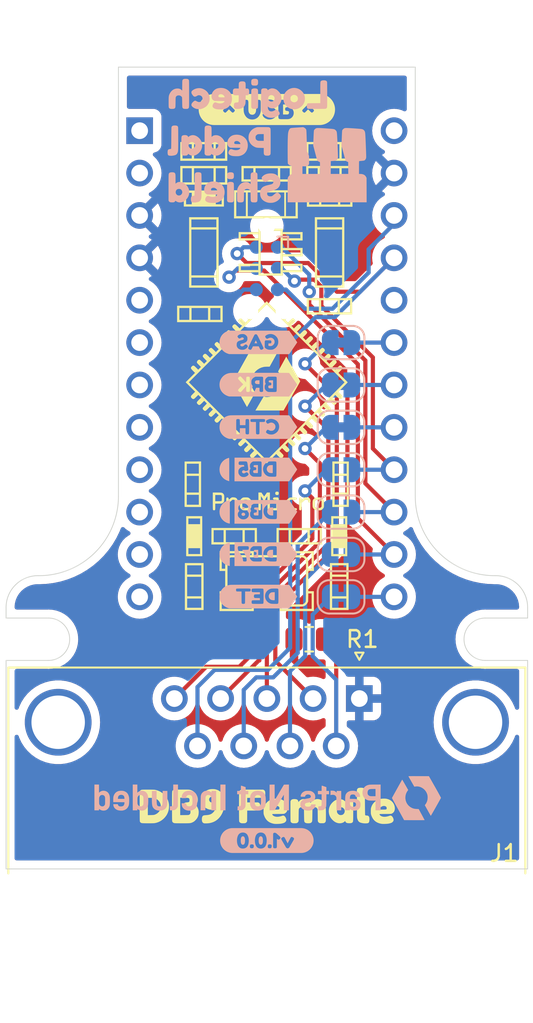
<source format=kicad_pcb>
(kicad_pcb (version 20211014) (generator pcbnew)
  (title_block (title "Logitech Pedal Shield for Pro Micro") (rev "v1.0.0"))
  (layers (0 "F.Cu" signal) (31 "B.Cu" signal) (34 "B.Paste" user) (35 "F.Paste" user) (36 "B.SilkS" user "B.Silkscreen") (37 "F.SilkS" user "F.Silkscreen") (38 "B.Mask" user) (39 "F.Mask" user) (44 "Edge.Cuts" user))
  (net 0 "")
  (net 1 "GND")
  (net 2 "VCC")
  (net 3 "/MISO")
  (net 4 "/SCK")
  (net 5 "/MOSI")
  (net 6 "/RST")
  (net 7 "/Detect")
  (net 20 "/Gas")
  (net 21 "/Brake")
  (net 22 "/Clutch")
  (net 24 "/Pedal_5")
  (net 25 "/Pedal_7")
  (net 26 "/Pedal_8")
  (net 27 "/Pedal_Gas")
  (net 28 "/Pedal_Brake")
  (net 29 "/Pedal_Clutch")
  (net 30 "/Pedal_Detect")
  (footprint "kibuzzard-61EDBB73" (layer "F.Cu") (at 152.4 73.66)
    (fp_text reference "kibuzzard-61EDBB73" hide)
    (fp_text value "G***" hide)
  )
  (footprint "Sim_Racing_Shields:DB9_Female_Text" (layer "F.Cu") (at 152.4 115.57)
    (fp_text reference "G***" hide)
    (fp_text value "LOGO" hide)
  )
  (footprint "Connector_Dsub:DSUB-9_Female_Horizontal_P2.77x2.84mm_EdgePinOffset7.70mm_Housed_MountingHolesOffset9.12mm" (layer "F.Cu") (at 157.94 108.966)
    (fp_text reference "J1" (at 8.684 9.271) (layer "F.SilkS"))
    (fp_text value "DB9_Female_MountingHoles")
    (pad "0" thru_hole circle locked (at -18.04 1.42) (size 4 4) (drill 3.2) (layers *.Cu *.Mask))
    (pad "0" thru_hole circle locked (at 6.96 1.42) (size 4 4) (drill 3.2) (layers *.Cu *.Mask))
    (pad "1" thru_hole rect locked (at 0 0) (size 1.6 1.6) (drill 1) (layers *.Cu *.Mask) (net 1 "GND"))
    (pad "2" thru_hole circle locked (at -2.77 0) (size 1.6 1.6) (drill 1) (layers *.Cu *.Mask) (net 27 "/Pedal_Gas"))
    (pad "3" thru_hole circle locked (at -5.54 0) (size 1.6 1.6) (drill 1) (layers *.Cu *.Mask) (net 28 "/Pedal_Brake"))
    (pad "4" thru_hole circle locked (at -8.31 0) (size 1.6 1.6) (drill 1) (layers *.Cu *.Mask) (net 29 "/Pedal_Clutch"))
    (pad "5" thru_hole circle locked (at -11.08 0) (size 1.6 1.6) (drill 1) (layers *.Cu *.Mask) (net 24 "/Pedal_5"))
    (pad "6" thru_hole circle locked (at -1.385 2.84) (size 1.6 1.6) (drill 1) (layers *.Cu *.Mask) (net 30 "/Pedal_Detect"))
    (pad "7" thru_hole circle locked (at -4.155 2.84) (size 1.6 1.6) (drill 1) (layers *.Cu *.Mask) (net 25 "/Pedal_7"))
    (pad "8" thru_hole circle locked (at -6.925 2.84) (size 1.6 1.6) (drill 1) (layers *.Cu *.Mask) (net 26 "/Pedal_8"))
    (pad "9" thru_hole circle locked (at -9.695 2.84) (size 1.6 1.6) (drill 1) (layers *.Cu *.Mask) (net 2 "VCC"))
  )
  (footprint "Resistor_SMD:R_0805_2012Metric" (layer "F.Cu") (at 154.94 105.41)
    (fp_text reference "R1" (at 3.175 0) (layer "F.SilkS"))
    (fp_text value "10k")
    (pad "1" smd roundrect locked (at -0.9125 0) (size 1.025 1.4) (layers "F.Cu" "F.Paste" "F.Mask") (roundrect_rratio 0.243902439) (net 1 "GND"))
    (pad "2" smd roundrect locked (at 0.9125 0) (size 1.025 1.4) (layers "F.Cu" "F.Paste" "F.Mask") (roundrect_rratio 0.243902439) (net 30 "/Pedal_Detect"))
  )
  (footprint "Sim_Racing_Shields:Sparkfun_ProMicro" (layer "F.Cu") (at 152.4 88.9)
    (fp_text reference "U1" hide)
    (fp_text value "SparkFun_ProMicro")
    (pad "1" thru_hole rect locked (at -7.62 -13.97 270) (size 1.6 1.6) (drill 1) (layers *.Cu *.Mask))
    (pad "2" thru_hole circle locked (at -7.62 -11.43 270) (size 1.6 1.6) (drill 1) (layers *.Cu *.Mask))
    (pad "3" thru_hole circle locked (at -7.62 -8.89 270) (size 1.6 1.6) (drill 1) (layers *.Cu *.Mask) (net 1 "GND"))
    (pad "4" thru_hole circle locked (at -7.62 -6.35 270) (size 1.6 1.6) (drill 1) (layers *.Cu *.Mask) (net 1 "GND"))
    (pad "5" thru_hole circle locked (at -7.62 -3.81 270) (size 1.6 1.6) (drill 1) (layers *.Cu *.Mask))
    (pad "6" thru_hole circle locked (at -7.62 -1.27 270) (size 1.6 1.6) (drill 1) (layers *.Cu *.Mask))
    (pad "7" thru_hole circle locked (at -7.62 1.27 270) (size 1.6 1.6) (drill 1) (layers *.Cu *.Mask))
    (pad "8" thru_hole circle locked (at -7.62 3.81 270) (size 1.6 1.6) (drill 1) (layers *.Cu *.Mask))
    (pad "9" thru_hole circle locked (at -7.62 6.35 270) (size 1.6 1.6) (drill 1) (layers *.Cu *.Mask))
    (pad "10" thru_hole circle locked (at -7.62 8.89 270) (size 1.6 1.6) (drill 1) (layers *.Cu *.Mask))
    (pad "11" thru_hole circle locked (at -7.62 11.43 270) (size 1.6 1.6) (drill 1) (layers *.Cu *.Mask))
    (pad "12" thru_hole circle locked (at -7.62 13.97 270) (size 1.6 1.6) (drill 1) (layers *.Cu *.Mask))
    (pad "13" thru_hole circle locked (at 7.62 13.97 270) (size 1.6 1.6) (drill 1) (layers *.Cu *.Mask) (net 7 "/Detect"))
    (pad "14" thru_hole circle locked (at 7.62 11.43 270) (size 1.6 1.6) (drill 1) (layers *.Cu *.Mask) (net 5 "/MOSI"))
    (pad "15" thru_hole circle locked (at 7.62 8.89 270) (size 1.6 1.6) (drill 1) (layers *.Cu *.Mask) (net 3 "/MISO"))
    (pad "16" thru_hole circle locked (at 7.62 6.35 270) (size 1.6 1.6) (drill 1) (layers *.Cu *.Mask) (net 4 "/SCK"))
    (pad "17" thru_hole circle locked (at 7.62 3.81 270) (size 1.6 1.6) (drill 1) (layers *.Cu *.Mask) (net 22 "/Clutch"))
    (pad "18" thru_hole circle locked (at 7.62 1.27 270) (size 1.6 1.6) (drill 1) (layers *.Cu *.Mask) (net 21 "/Brake"))
    (pad "19" thru_hole circle locked (at 7.62 -1.27 270) (size 1.6 1.6) (drill 1) (layers *.Cu *.Mask) (net 20 "/Gas"))
    (pad "20" thru_hole circle locked (at 7.62 -3.81 270) (size 1.6 1.6) (drill 1) (layers *.Cu *.Mask))
    (pad "21" thru_hole circle locked (at 7.62 -6.35 270) (size 1.6 1.6) (drill 1) (layers *.Cu *.Mask) (net 2 "VCC"))
    (pad "22" thru_hole circle locked (at 7.62 -8.89 270) (size 1.6 1.6) (drill 1) (layers *.Cu *.Mask) (net 6 "/RST"))
    (pad "23" thru_hole circle locked (at 7.62 -11.43 270) (size 1.6 1.6) (drill 1) (layers *.Cu *.Mask) (net 1 "GND"))
    (pad "24" thru_hole circle locked (at 7.62 -13.97 270) (size 1.6 1.6) (drill 1) (layers *.Cu *.Mask))
  )
  (footprint "Sim_Racing_Shields:Logitech_Pedal_Jumper_Labels" (layer "B.Cu") (at 151.892 95.25 180)
    (fp_text reference "G***" hide)
    (fp_text value "LOGO" hide)
  )
  (footprint "Jumper:SolderJumper-2_P1.3mm_Open_RoundedPad1.0x1.5mm" (layer "B.Cu") (at 156.845 100.33 180)
    (fp_text reference "JP6" hide)
    (fp_text value "Jumper_2_Open" hide)
    (pad "1" smd custom (at -0.65 0 180) (size 1 0.5) (layers "B.Cu" "B.Mask") (net 5 "/MOSI") (options (clearance outline) (anchor rect)) (primitives (gr_circle (center 0 -0.25) (end 0.5 -0.25) (width 0) (fill yes)) (gr_circle (center 0 0.25) (end 0.5 0.25) (width 0) (fill yes)) (gr_poly (pts (xy 0.5 -0.75) (xy 0 -0.75) (xy 0 0.75) (xy 0.5 0.75)) (width 0) (fill yes))))
    (pad "2" smd custom (at 0.65 0 180) (size 1 0.5) (layers "B.Cu" "B.Mask") (net 25 "/Pedal_7") (options (clearance outline) (anchor rect)) (primitives (gr_circle (center 0 -0.25) (end 0.5 -0.25) (width 0) (fill yes)) (gr_circle (center 0 0.25) (end 0.5 0.25) (width 0) (fill yes)) (gr_poly (pts (xy 0 -0.75) (xy -0.5 -0.75) (xy -0.5 0.75) (xy 0 0.75)) (width 0) (fill yes))))
  )
  (footprint "Sim_Racing_Shields:Logitech_Pedal_Shield_Graphic" (layer "B.Cu") (at 152.4 75.692 180)
    (fp_text reference "G***" hide)
    (fp_text value "LOGO" hide)
  )
  (footprint "Sim_Racing_Shields:SolderJumper-2_P1.3mm_Bridged_RoundedPad1.0x1.5mm_Unmasked" (layer "B.Cu") (at 156.845 102.87 180)
    (fp_text reference "JP7" hide)
    (fp_text value "Detect_Jumper" hide)
    (fp_poly (pts (xy 0.25 0.3) (xy -0.25 0.3) (xy -0.25 -0.3) (xy 0.25 -0.3)) (layer "B.Cu") (width 0) (fill solid))
    (pad "1" smd custom (at -0.65 0 180) (size 1 0.5) (layers "B.Cu" "B.Mask") (net 7 "/Detect") (options (clearance outline) (anchor rect)) (primitives (gr_circle (center 0 -0.25) (end 0.5 -0.25) (width 0) (fill yes)) (gr_circle (center 0 0.25) (end 0.5 0.25) (width 0) (fill yes)) (gr_poly (pts (xy 0.5 -0.75) (xy 0 -0.75) (xy 0 0.75) (xy 0.5 0.75)) (width 0) (fill yes))))
    (pad "2" smd custom (at 0.65 0 180) (size 1 0.5) (layers "B.Cu" "B.Mask") (net 30 "/Pedal_Detect") (options (clearance outline) (anchor rect)) (primitives (gr_circle (center 0 -0.25) (end 0.5 -0.25) (width 0) (fill yes)) (gr_circle (center 0 0.25) (end 0.5 0.25) (width 0) (fill yes)) (gr_poly (pts (xy 0 -0.75) (xy -0.5 -0.75) (xy -0.5 0.75) (xy 0 0.75)) (width 0) (fill yes))))
  )
  (footprint "Jumper:SolderJumper-2_P1.3mm_Open_RoundedPad1.0x1.5mm" (layer "B.Cu") (at 156.845 97.79 180)
    (fp_text reference "JP5" hide)
    (fp_text value "Jumper_2_Open" hide)
    (pad "1" smd custom (at -0.65 0 180) (size 1 0.5) (layers "B.Cu" "B.Mask") (net 3 "/MISO") (options (clearance outline) (anchor rect)) (primitives (gr_circle (center 0 -0.25) (end 0.5 -0.25) (width 0) (fill yes)) (gr_circle (center 0 0.25) (end 0.5 0.25) (width 0) (fill yes)) (gr_poly (pts (xy 0.5 -0.75) (xy 0 -0.75) (xy 0 0.75) (xy 0.5 0.75)) (width 0) (fill yes))))
    (pad "2" smd custom (at 0.65 0 180) (size 1 0.5) (layers "B.Cu" "B.Mask") (net 26 "/Pedal_8") (options (clearance outline) (anchor rect)) (primitives (gr_circle (center 0 -0.25) (end 0.5 -0.25) (width 0) (fill yes)) (gr_circle (center 0 0.25) (end 0.5 0.25) (width 0) (fill yes)) (gr_poly (pts (xy 0 -0.75) (xy -0.5 -0.75) (xy -0.5 0.75) (xy 0 0.75)) (width 0) (fill yes))))
  )
  (footprint "Sim_Racing_Shields:SolderJumper-2_P1.3mm_Bridged_RoundedPad1.0x1.5mm_Unmasked" (layer "B.Cu") (at 156.845 92.71 180)
    (fp_text reference "JP3" hide)
    (fp_text value "Clutch_Jumper" hide)
    (fp_poly (pts (xy 0.25 0.3) (xy -0.25 0.3) (xy -0.25 -0.3) (xy 0.25 -0.3)) (layer "B.Cu") (width 0) (fill solid))
    (pad "1" smd custom (at -0.65 0 180) (size 1 0.5) (layers "B.Cu" "B.Mask") (net 22 "/Clutch") (options (clearance outline) (anchor rect)) (primitives (gr_circle (center 0 -0.25) (end 0.5 -0.25) (width 0) (fill yes)) (gr_circle (center 0 0.25) (end 0.5 0.25) (width 0) (fill yes)) (gr_poly (pts (xy 0.5 -0.75) (xy 0 -0.75) (xy 0 0.75) (xy 0.5 0.75)) (width 0) (fill yes))))
    (pad "2" smd custom (at 0.65 0 180) (size 1 0.5) (layers "B.Cu" "B.Mask") (net 29 "/Pedal_Clutch") (options (clearance outline) (anchor rect)) (primitives (gr_circle (center 0 -0.25) (end 0.5 -0.25) (width 0) (fill yes)) (gr_circle (center 0 0.25) (end 0.5 0.25) (width 0) (fill yes)) (gr_poly (pts (xy 0 -0.75) (xy -0.5 -0.75) (xy -0.5 0.75) (xy 0 0.75)) (width 0) (fill yes))))
  )
  (footprint "Sim_Racing_Shields:SolderJumper-2_P1.3mm_Bridged_RoundedPad1.0x1.5mm_Unmasked" (layer "B.Cu") (at 156.845 90.17 180)
    (fp_text reference "JP2" hide)
    (fp_text value "Brake_Jumper" hide)
    (fp_poly (pts (xy 0.25 0.3) (xy -0.25 0.3) (xy -0.25 -0.3) (xy 0.25 -0.3)) (layer "B.Cu") (width 0) (fill solid))
    (pad "1" smd custom (at -0.65 0 180) (size 1 0.5) (layers "B.Cu" "B.Mask") (net 21 "/Brake") (options (clearance outline) (anchor rect)) (primitives (gr_circle (center 0 -0.25) (end 0.5 -0.25) (width 0) (fill yes)) (gr_circle (center 0 0.25) (end 0.5 0.25) (width 0) (fill yes)) (gr_poly (pts (xy 0.5 -0.75) (xy 0 -0.75) (xy 0 0.75) (xy 0.5 0.75)) (width 0) (fill yes))))
    (pad "2" smd custom (at 0.65 0 180) (size 1 0.5) (layers "B.Cu" "B.Mask") (net 28 "/Pedal_Brake") (options (clearance outline) (anchor rect)) (primitives (gr_circle (center 0 -0.25) (end 0.5 -0.25) (width 0) (fill yes)) (gr_circle (center 0 0.25) (end 0.5 0.25) (width 0) (fill yes)) (gr_poly (pts (xy 0 -0.75) (xy -0.5 -0.75) (xy -0.5 0.75) (xy 0 0.75)) (width 0) (fill yes))))
  )
  (footprint "Sim_Racing_Shields:PNI_Logo_Text" (layer "B.Cu") (at 152.4 114.935 180)
    (fp_text reference "G***" hide)
    (fp_text value "LOGO" hide)
  )
  (footprint "Jumper:SolderJumper-2_P1.3mm_Open_RoundedPad1.0x1.5mm" (layer "B.Cu") (at 156.845 95.25 180)
    (fp_text reference "JP4" hide)
    (fp_text value "Jumper_2_Open" hide)
    (pad "1" smd custom (at -0.65 0 180) (size 1 0.5) (layers "B.Cu" "B.Mask") (net 4 "/SCK") (options (clearance outline) (anchor rect)) (primitives (gr_circle (center 0 -0.25) (end 0.5 -0.25) (width 0) (fill yes)) (gr_circle (center 0 0.25) (end 0.5 0.25) (width 0) (fill yes)) (gr_poly (pts (xy 0.5 -0.75) (xy 0 -0.75) (xy 0 0.75) (xy 0.5 0.75)) (width 0) (fill yes))))
    (pad "2" smd custom (at 0.65 0 180) (size 1 0.5) (layers "B.Cu" "B.Mask") (net 24 "/Pedal_5") (options (clearance outline) (anchor rect)) (primitives (gr_circle (center 0 -0.25) (end 0.5 -0.25) (width 0) (fill yes)) (gr_circle (center 0 0.25) (end 0.5 0.25) (width 0) (fill yes)) (gr_poly (pts (xy 0 -0.75) (xy -0.5 -0.75) (xy -0.5 0.75) (xy 0 0.75)) (width 0) (fill yes))))
  )
  (footprint "Sim_Racing_Shields:SolderJumper-2_P1.3mm_Bridged_RoundedPad1.0x1.5mm_Unmasked" (layer "B.Cu") (at 156.845 87.63 180)
    (fp_text reference "JP1" hide)
    (fp_text value "Gas_Jumper" hide)
    (fp_poly (pts (xy 0.25 0.3) (xy -0.25 0.3) (xy -0.25 -0.3) (xy 0.25 -0.3)) (layer "B.Cu") (width 0) (fill solid))
    (pad "1" smd custom (at -0.65 0 180) (size 1 0.5) (layers "B.Cu" "B.Mask") (net 20 "/Gas") (options (clearance outline) (anchor rect)) (primitives (gr_circle (center 0 -0.25) (end 0.5 -0.25) (width 0) (fill yes)) (gr_circle (center 0 0.25) (end 0.5 0.25) (width 0) (fill yes)) (gr_poly (pts (xy 0.5 -0.75) (xy 0 -0.75) (xy 0 0.75) (xy 0.5 0.75)) (width 0) (fill yes))))
    (pad "2" smd custom (at 0.65 0 180) (size 1 0.5) (layers "B.Cu" "B.Mask") (net 27 "/Pedal_Gas") (options (clearance outline) (anchor rect)) (primitives (gr_circle (center 0 -0.25) (end 0.5 -0.25) (width 0) (fill yes)) (gr_circle (center 0 0.25) (end 0.5 0.25) (width 0) (fill yes)) (gr_poly (pts (xy 0 -0.75) (xy -0.5 -0.75) (xy -0.5 0.75) (xy 0 0.75)) (width 0) (fill yes))))
  )
  (footprint "kibuzzard-61EDBF18" (layer "B.Cu") (at 152.4 117.475 180)
    (fp_text reference "kibuzzard-61EDBF18" hide)
    (fp_text value "G***" hide)
  )
  (footprint "Connector:Tag-Connect_TC2030-IDC-NL_2x03_P1.27mm_Vertical" (layer "B.Cu") (at 152.4 83.185 -90)
    (fp_text reference "J2" hide)
    (fp_text value "AVR-ISP-6" hide)
    (pad "" np_thru_hole circle locked (at 2.54 1.016 270) (size 0.9906 0.9906) (drill 0.9906) (layers *.Cu *.Mask))
    (pad "" np_thru_hole circle locked (at 2.54 -1.016 270) (size 0.9906 0.9906) (drill 0.9906) (layers *.Cu *.Mask))
    (pad "" np_thru_hole circle locked (at -2.54 0 270) (size 0.9906 0.9906) (drill 0.9906) (layers *.Cu *.Mask))
    (pad "1" connect circle locked (at -1.27 -0.635 270) (size 0.7874 0.7874) (layers "B.Cu" "B.Mask") (net 3 "/MISO"))
    (pad "2" connect circle locked (at -1.27 0.635 270) (size 0.7874 0.7874) (layers "B.Cu" "B.Mask") (net 2 "VCC"))
    (pad "3" connect circle locked (at 0 -0.635 270) (size 0.7874 0.7874) (layers "B.Cu" "B.Mask") (net 4 "/SCK"))
    (pad "4" connect circle locked (at 0 0.635 270) (size 0.7874 0.7874) (layers "B.Cu" "B.Mask") (net 5 "/MOSI"))
    (pad "5" connect circle locked (at 1.27 -0.635 270) (size 0.7874 0.7874) (layers "B.Cu" "B.Mask") (net 6 "/RST"))
    (pad "6" connect circle locked (at 1.27 0.635 270) (size 0.7874 0.7874) (layers "B.Cu" "B.Mask") (net 1 "GND"))
  )
  (gr_arc (start 166.116 101.6) (mid 167.463038 102.157962) (end 168.021 103.505) (layer "Edge.Cuts") (width 0.05))
  (gr_line (start 168.021 106.68) (end 168.021 119.1768) (layer "Edge.Cuts") (width 0.05))
  (gr_line (start 161.29 96.8375) (end 161.29 71.12) (layer "Edge.Cuts") (width 0.05))
  (gr_arc (start 136.779 103.505) (mid 137.336962 102.157962) (end 138.684 101.6) (layer "Edge.Cuts") (width 0.05))
  (gr_line (start 161.29 71.12) (end 143.51 71.12) (layer "Edge.Cuts") (width 0.05))
  (gr_arc (start 139.319 104.14) (mid 140.589 105.41) (end 139.319 106.68) (layer "Edge.Cuts") (width 0.05))
  (gr_line (start 168.021 104.14) (end 168.021 103.505) (layer "Edge.Cuts") (width 0.05))
  (gr_line (start 166.116 101.6) (end 166.0525 101.6) (layer "Edge.Cuts") (width 0.05))
  (gr_line (start 165.481 106.68) (end 168.021 106.68) (layer "Edge.Cuts") (width 0.05))
  (gr_line (start 139.319 106.68) (end 136.779 106.68) (layer "Edge.Cuts") (width 0.05))
  (gr_arc (start 165.481 106.68) (mid 164.211 105.41) (end 165.481 104.14) (layer "Edge.Cuts") (width 0.05))
  (gr_arc (start 166.0525 101.6) (mid 162.684904 100.205096) (end 161.29 96.8375) (layer "Edge.Cuts") (width 0.05))
  (gr_line (start 136.779 104.14) (end 136.779 103.505) (layer "Edge.Cuts") (width 0.05))
  (gr_line (start 165.481 104.14) (end 168.021 104.14) (layer "Edge.Cuts") (width 0.05))
  (gr_line (start 136.779 119.1768) (end 168.021 119.1768) (layer "Edge.Cuts") (width 0.05))
  (gr_line (start 139.319 104.14) (end 136.779 104.14) (layer "Edge.Cuts") (width 0.05))
  (gr_line (start 136.779 106.68) (end 136.779 119.1768) (layer "Edge.Cuts") (width 0.05))
  (gr_line (start 138.684 101.6) (end 138.7475 101.6) (layer "Edge.Cuts") (width 0.05))
  (gr_arc (start 143.51 96.8375) (mid 142.115096 100.205096) (end 138.7475 101.6) (layer "Edge.Cuts") (width 0.05))
  (gr_line (start 143.51 71.12) (end 143.51 96.8375) (layer "Edge.Cuts") (width 0.05))
  (segment (start 157.226 89.916) (end 154.559 87.249) (width 0.25) (layer "F.Cu") (net 1))
  (segment (start 157.94 99.647) (end 157.226 98.933) (width 0.25) (layer "F.Cu") (net 1))
  (segment (start 157.94 108.966) (end 157.94 99.647) (width 0.25) (layer "F.Cu") (net 1))
  (segment (start 157.226 98.933) (end 157.226 89.916) (width 0.25) (layer "F.Cu") (net 1))
  (segment (start 154.559 87.249) (end 149.479 87.249) (width 0.25) (layer "F.Cu") (net 1))
  (segment (start 149.479 87.249) (end 144.78 82.55) (width 0.25) (layer "F.Cu") (net 1))
  (segment (start 151.003 84.455) (end 150.368 85.09) (width 0.25) (layer "B.Cu") (net 1))
  (segment (start 151.765 84.455) (end 151.003 84.455) (width 0.25) (layer "B.Cu") (net 1))
  (segment (start 150.368 85.09) (end 149.098 85.09) (width 0.25) (layer "B.Cu") (net 1))
  (segment (start 146.05 83.82) (end 144.78 82.55) (width 0.25) (layer "B.Cu") (net 1))
  (segment (start 147.828 83.82) (end 146.05 83.82) (width 0.25) (layer "B.Cu") (net 1))
  (segment (start 149.098 85.09) (end 147.828 83.82) (width 0.25) (layer "B.Cu") (net 1))
  (segment (start 157.988 84.582) (end 160.02 82.55) (width 0.25) (layer "F.Cu") (net 2))
  (segment (start 154.880811 82.86248) (end 156.600331 84.582) (width 0.25) (layer "F.Cu") (net 2))
  (segment (start 156.600331 84.582) (end 157.988 84.582) (width 0.25) (layer "F.Cu") (net 2))
  (segment (start 151.18848 82.86248) (end 154.880811 82.86248) (width 0.25) (layer "F.Cu") (net 2))
  (segment (start 150.622 82.296) (end 151.18848 82.86248) (width 0.25) (layer "F.Cu") (net 2))
  (via (at 150.622 82.296) (size 0.8) (drill 0.4) (layers "F.Cu" "B.Cu") (net 2))
  (segment (start 153.797 105.918) (end 152.46852 107.24648) (width 0.25) (layer "B.Cu") (net 2))
  (segment (start 160.02 82.55) (end 156.464 86.106) (width 0.25) (layer "B.Cu") (net 2))
  (segment (start 150.622 82.296) (end 151.003 81.915) (width 0.25) (layer "B.Cu") (net 2))
  (segment (start 148.245 108.27385) (end 148.245 111.806) (width 0.25) (layer "B.Cu") (net 2))
  (segment (start 151.003 81.915) (end 151.765 81.915) (width 0.25) (layer "B.Cu") (net 2))
  (segment (start 156.464 86.106) (end 155.321 86.106) (width 0.25) (layer "B.Cu") (net 2))
  (segment (start 155.321 86.106) (end 153.797 87.63) (width 0.25) (layer "B.Cu") (net 2))
  (segment (start 149.27237 107.24648) (end 148.245 108.27385) (width 0.25) (layer "B.Cu") (net 2))
  (segment (start 152.46852 107.24648) (end 149.27237 107.24648) (width 0.25) (layer "B.Cu") (net 2))
  (segment (start 153.797 87.63) (end 153.797 105.918) (width 0.25) (layer "B.Cu") (net 2))
  (segment (start 158.30048 96.07048) (end 160.02 97.79) (width 0.25) (layer "F.Cu") (net 3))
  (segment (start 154.94 84.582) (end 154.94 85.344) (width 0.25) (layer "F.Cu") (net 3))
  (segment (start 154.94 85.344) (end 158.30048 88.70448) (width 0.25) (layer "F.Cu") (net 3))
  (segment (start 158.30048 88.70448) (end 158.30048 96.07048) (width 0.25) (layer "F.Cu") (net 3))
  (via (at 154.94 84.582) (size 0.8) (drill 0.4) (layers "F.Cu" "B.Cu") (net 3))
  (segment (start 154.94 83.557386) (end 153.297614 81.915) (width 0.25) (layer "B.Cu") (net 3))
  (segment (start 153.297614 81.915) (end 153.035 81.915) (width 0.25) (layer "B.Cu") (net 3))
  (segment (start 154.94 84.582) (end 154.94 83.557386) (width 0.25) (layer "B.Cu") (net 3))
  (segment (start 157.495 97.79) (end 160.02 97.79) (width 0.25) (layer "B.Cu") (net 3))
  (segment (start 155.240103 83.857489) (end 155.664511 84.281897) (width 0.25) (layer "F.Cu") (net 4))
  (segment (start 154.140511 83.857489) (end 155.240103 83.857489) (width 0.25) (layer "F.Cu") (net 4))
  (segment (start 155.664511 85.432794) (end 158.75 88.518283) (width 0.25) (layer "F.Cu") (net 4))
  (segment (start 158.75 93.98) (end 160.02 95.25) (width 0.25) (layer "F.Cu") (net 4))
  (segment (start 155.664511 84.281897) (end 155.664511 85.432794) (width 0.25) (layer "F.Cu") (net 4))
  (segment (start 154.0553 83.9427) (end 154.140511 83.857489) (width 0.25) (layer "F.Cu") (net 4))
  (segment (start 158.75 88.518283) (end 158.75 93.98) (width 0.25) (layer "F.Cu") (net 4))
  (via (at 154.0553 83.9427) (size 0.8) (drill 0.4) (layers "F.Cu" "B.Cu") (net 4))
  (segment (start 154.0553 83.9427) (end 153.2976 83.185) (width 0.25) (layer "B.Cu") (net 4))
  (segment (start 153.2976 83.185) (end 153.035 83.185) (width 0.25) (layer "B.Cu") (net 4))
  (segment (start 160.02 95.25) (end 157.495 95.25) (width 0.25) (layer "B.Cu") (net 4))
  (segment (start 150.13705 83.70745) (end 150.5325 83.312) (width 0.25) (layer "F.Cu") (net 5))
  (segment (start 157.85096 98.16096) (end 160.02 100.33) (width 0.25) (layer "F.Cu") (net 5))
  (segment (start 150.5325 83.312) (end 152.233114 83.312) (width 0.25) (layer "F.Cu") (net 5))
  (segment (start 157.85096 88.929846) (end 157.85096 98.16096) (width 0.25) (layer "F.Cu") (net 5))
  (segment (start 152.233114 83.312) (end 157.85096 88.929846) (width 0.25) (layer "F.Cu") (net 5))
  (via (at 150.13705 83.70745) (size 0.8) (drill 0.4) (layers "F.Cu" "B.Cu") (net 5))
  (segment (start 150.6595 83.185) (end 151.765 83.185) (width 0.25) (layer "B.Cu") (net 5))
  (segment (start 150.13705 83.70745) (end 150.6595 83.185) (width 0.25) (layer "B.Cu") (net 5))
  (segment (start 160.02 100.33) (end 157.495 100.33) (width 0.25) (layer "B.Cu") (net 5))
  (segment (start 154.686 85.598) (end 156.336282 85.598) (width 0.25) (layer "B.Cu") (net 6))
  (segment (start 153.543 84.455) (end 154.686 85.598) (width 0.25) (layer "B.Cu") (net 6))
  (segment (start 153.035 84.455) (end 153.543 84.455) (width 0.25) (layer "B.Cu") (net 6))
  (segment (start 158.496 83.438282) (end 158.496 82.042) (width 0.25) (layer "B.Cu") (net 6))
  (segment (start 156.336282 85.598) (end 158.496 83.438282) (width 0.25) (layer "B.Cu") (net 6))
  (segment (start 158.496 82.042) (end 160.02 80.518) (width 0.25) (layer "B.Cu") (net 6))
  (segment (start 160.02 80.518) (end 160.02 80.01) (width 0.25) (layer "B.Cu") (net 6))
  (segment (start 160.02 102.87) (end 157.495 102.87) (width 0.25) (layer "B.Cu") (net 7))
  (segment (start 160.02 87.63) (end 157.495 87.63) (width 0.25) (layer "B.Cu") (net 20))
  (segment (start 157.495 90.17) (end 160.02 90.17) (width 0.25) (layer "B.Cu") (net 21))
  (segment (start 160.02 92.71) (end 157.495 92.71) (width 0.25) (layer "B.Cu") (net 22))
  (segment (start 151.518887 102.98696) (end 151.50096 102.98696) (width 0.25) (layer "F.Cu") (net 24))
  (segment (start 148.765 107.061) (end 146.86 108.966) (width 0.25) (layer "F.Cu") (net 24))
  (segment (start 151.50096 102.98696) (end 151.50096 106.30904) (width 0.25) (layer "F.Cu") (net 24))
  (segment (start 154.686 96.52) (end 155.12548 96.95948) (width 0.25) (layer "F.Cu") (net 24))
  (segment (start 150.749 107.061) (end 148.765 107.061) (width 0.25) (layer "F.Cu") (net 24))
  (segment (start 155.12548 96.95948) (end 155.12548 99.380367) (width 0.25) (layer "F.Cu") (net 24))
  (segment (start 151.50096 106.30904) (end 150.749 107.061) (width 0.25) (layer "F.Cu") (net 24))
  (segment (start 155.12548 99.380367) (end 151.518887 102.98696) (width 0.25) (layer "F.Cu") (net 24))
  (via (at 154.686 96.52) (size 0.8) (drill 0.4) (layers "F.Cu" "B.Cu") (net 24))
  (segment (start 155.956 95.25) (end 154.686 96.52) (width 0.25) (layer "B.Cu") (net 24))
  (segment (start 156.195 95.25) (end 155.956 95.25) (width 0.25) (layer "B.Cu") (net 24))
  (segment (start 156.195 100.33) (end 154.69604 101.82896) (width 0.25) (layer "B.Cu") (net 25))
  (segment (start 154.69604 101.82896) (end 154.69604 106.416678) (width 0.25) (layer "B.Cu") (net 25))
  (segment (start 154.69604 106.416678) (end 153.785 107.327718) (width 0.25) (layer "B.Cu") (net 25))
  (segment (start 153.785 107.327718) (end 153.785 111.806) (width 0.25) (layer "B.Cu") (net 25))
  (segment (start 154.24652 99.73848) (end 154.24652 106.23048) (width 0.25) (layer "B.Cu") (net 26))
  (segment (start 151.015 108.446) (end 151.015 111.806) (width 0.25) (layer "B.Cu") (net 26))
  (segment (start 154.24652 106.23048) (end 152.781 107.696) (width 0.25) (layer "B.Cu") (net 26))
  (segment (start 152.781 107.696) (end 151.765 107.696) (width 0.25) (layer "B.Cu") (net 26))
  (segment (start 151.765 107.696) (end 151.015 108.446) (width 0.25) (layer "B.Cu") (net 26))
  (segment (start 156.195 97.79) (end 154.24652 99.73848) (width 0.25) (layer "B.Cu") (net 26))
  (segment (start 156.591 99.822) (end 156.591 90.805) (width 0.25) (layer "F.Cu") (net 27))
  (segment (start 152.908 103.505) (end 156.591 99.822) (width 0.25) (layer "F.Cu") (net 27))
  (segment (start 156.591 90.805) (end 154.686 88.9) (width 0.25) (layer "F.Cu") (net 27))
  (segment (start 152.908 106.704) (end 152.908 103.505) (width 0.25) (layer "F.Cu") (net 27))
  (segment (start 155.17 108.966) (end 152.908 106.704) (width 0.25) (layer "F.Cu") (net 27))
  (via (at 154.686 88.9) (size 0.8) (drill 0.4) (layers "F.Cu" "B.Cu") (net 27))
  (segment (start 155.956 87.63) (end 156.195 87.63) (width 0.25) (layer "B.Cu") (net 27))
  (segment (start 154.686 88.9) (end 155.956 87.63) (width 0.25) (layer "B.Cu") (net 27))
  (segment (start 156.083 99.694282) (end 152.4 103.377282) (width 0.25) (layer "F.Cu") (net 28))
  (segment (start 154.686 91.44) (end 156.083 92.837) (width 0.25) (layer "F.Cu") (net 28))
  (segment (start 156.083 92.837) (end 156.083 99.694282) (width 0.25) (layer "F.Cu") (net 28))
  (segment (start 152.4 103.377282) (end 152.4 108.966) (width 0.25) (layer "F.Cu") (net 28))
  (via (at 154.686 91.44) (size 0.8) (drill 0.4) (layers "F.Cu" "B.Cu") (net 28))
  (segment (start 156.195 90.17) (end 155.956 90.17) (width 0.25) (layer "B.Cu") (net 28))
  (segment (start 155.956 90.17) (end 154.686 91.44) (width 0.25) (layer "B.Cu") (net 28))
  (segment (start 151.916 106.68) (end 149.63 108.966) (width 0.25) (layer "F.Cu") (net 29))
  (segment (start 151.95048 106.68) (end 151.916 106.68) (width 0.25) (layer "F.Cu") (net 29))
  (segment (start 151.95048 103.191085) (end 151.95048 106.68) (width 0.25) (layer "F.Cu") (net 29))
  (segment (start 155.575 94.869) (end 155.575 99.566565) (width 0.25) (layer "F.Cu") (net 29))
  (segment (start 154.686 93.98) (end 155.575 94.869) (width 0.25) (layer "F.Cu") (net 29))
  (segment (start 155.575 99.566565) (end 151.95048 103.191085) (width 0.25) (layer "F.Cu") (net 29))
  (via (at 154.686 93.98) (size 0.8) (drill 0.4) (layers "F.Cu" "B.Cu") (net 29))
  (segment (start 156.195 92.71) (end 155.956 92.71) (width 0.25) (layer "B.Cu") (net 29))
  (segment (start 155.956 92.71) (end 154.686 93.98) (width 0.25) (layer "B.Cu") (net 29))
  (segment (start 156.555 111.806) (end 156.555 106.1125) (width 0.25) (layer "F.Cu") (net 30))
  (segment (start 156.555 106.1125) (end 155.8525 105.41) (width 0.25) (layer "F.Cu") (net 30))
  (segment (start 156.195 102.885) (end 155.14556 103.93444) (width 0.25) (layer "B.Cu") (net 30))
  (segment (start 155.14556 103.93444) (end 155.14556 106.42836) (width 0.25) (layer "B.Cu") (net 30))
  (segment (start 156.555 107.8378) (end 156.555 111.806) (width 0.25) (layer "B.Cu") (net 30))
  (segment (start 155.14556 106.42836) (end 156.555 107.8378) (width 0.25) (layer "B.Cu") (net 30))
  (segment (start 156.195 102.87) (end 156.195 102.885) (width 0.25) (layer "B.Cu") (net 30))
  (zone (net 1) (net_name "GND") (layers F&B.Cu) (connect_pads (clearance 0.508)) (min_thickness 0.254) (fill yes (thermal_gap 0.508) (thermal_bridge_width 0.508))
    (polygon (pts (xy 161.29 97.155) (xy 168.275 102.235) (xy 168.275 119.38) (xy 136.525 119.38) (xy 136.525 102.235) (xy 143.51 97.155) (xy 143.51 71.12) (xy 161.29 71.12)))
  )
)
</source>
